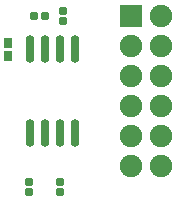
<source format=gts>
G04 Layer: TopSolderMaskLayer*
G04 EasyEDA v6.5.28, 2023-04-26 18:09:45*
G04 5b3014f588d64736849814bc4e181a52,358ee61244f84d38bc88aa0054fa78fe,10*
G04 Gerber Generator version 0.2*
G04 Scale: 100 percent, Rotated: No, Reflected: No *
G04 Dimensions in millimeters *
G04 leading zeros omitted , absolute positions ,4 integer and 5 decimal *
%FSLAX45Y45*%
%MOMM*%

%AMMACRO1*1,1,$1,$2,$3*1,1,$1,$4,$5*1,1,$1,0-$2,0-$3*1,1,$1,0-$4,0-$5*20,1,$1,$2,$3,$4,$5,0*20,1,$1,$4,$5,0-$2,0-$3,0*20,1,$1,0-$2,0-$3,0-$4,0-$5,0*20,1,$1,0-$4,0-$5,$2,$3,0*4,1,4,$2,$3,$4,$5,0-$2,0-$3,0-$4,0-$5,$2,$3,0*%
%ADD10MACRO1,0.1016X0.2828X0.27X0.2828X-0.27*%
%ADD11MACRO1,0.1016X-0.2828X0.27X-0.2828X-0.27*%
%ADD12MACRO1,0.1016X-0.27X0.2828X0.27X0.2828*%
%ADD13MACRO1,0.1016X-0.27X-0.2828X0.27X-0.2828*%
%ADD14MACRO1,0.1016X0.27X-0.2828X-0.27X-0.2828*%
%ADD15MACRO1,0.1016X0.27X0.2828X-0.27X0.2828*%
%ADD16MACRO1,0.1016X0.27X-0.395X-0.27X-0.395*%
%ADD17MACRO1,0.1016X0.27X0.395X-0.27X0.395*%
%ADD18O,0.7315962X2.3516082000000003*%
%ADD19MACRO1,0.1016X0.9X0.9X0.9X-0.9*%
%ADD20C,1.9016*%

%LPD*%
D10*
G01*
X2839617Y4953000D03*
D11*
G01*
X2926182Y4953000D03*
D12*
G01*
X2794000Y3461917D03*
D13*
G01*
X2794000Y3548482D03*
D14*
G01*
X3060700Y3548482D03*
D15*
G01*
X3060700Y3461917D03*
D12*
G01*
X3086100Y4909717D03*
D13*
G01*
X3086100Y4996282D03*
D16*
G01*
X2616200Y4728105D03*
D17*
G01*
X2616200Y4619094D03*
D18*
G01*
X2806700Y3964990D03*
G01*
X2933700Y3964990D03*
G01*
X3060700Y3964990D03*
G01*
X3187700Y3964990D03*
G01*
X2806700Y4671009D03*
G01*
X2933700Y4671009D03*
G01*
X3060700Y4671009D03*
G01*
X3187700Y4671009D03*
D19*
G01*
X3657600Y4953000D03*
D20*
G01*
X3911610Y4953010D03*
G01*
X3657610Y4699010D03*
G01*
X3911610Y4699010D03*
G01*
X3657610Y4445010D03*
G01*
X3911610Y4445010D03*
G01*
X3657610Y4191010D03*
G01*
X3911610Y4191010D03*
G01*
X3657610Y3937010D03*
G01*
X3911610Y3937010D03*
G01*
X3657610Y3683010D03*
G01*
X3911610Y3683010D03*
M02*

</source>
